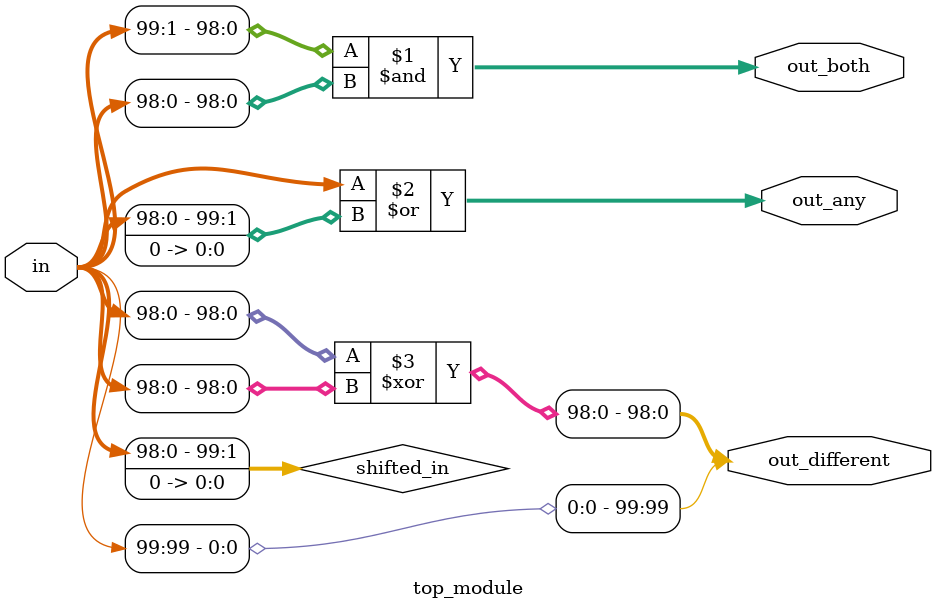
<source format=sv>
module top_module (
    input [99:0] in,
    output [98:0] out_both,
    output [99:0] out_any,
    output [99:0] out_different
);

    wire [99:0] shifted_in = {in[98:0], 1'b0};

    assign out_both = in[99:1] & in[98:0];
    assign out_any = in | shifted_in;
    assign out_different = {in[99] ^ shifted_in[0], in[98:0] ^ shifted_in[99:1]};

endmodule

</source>
